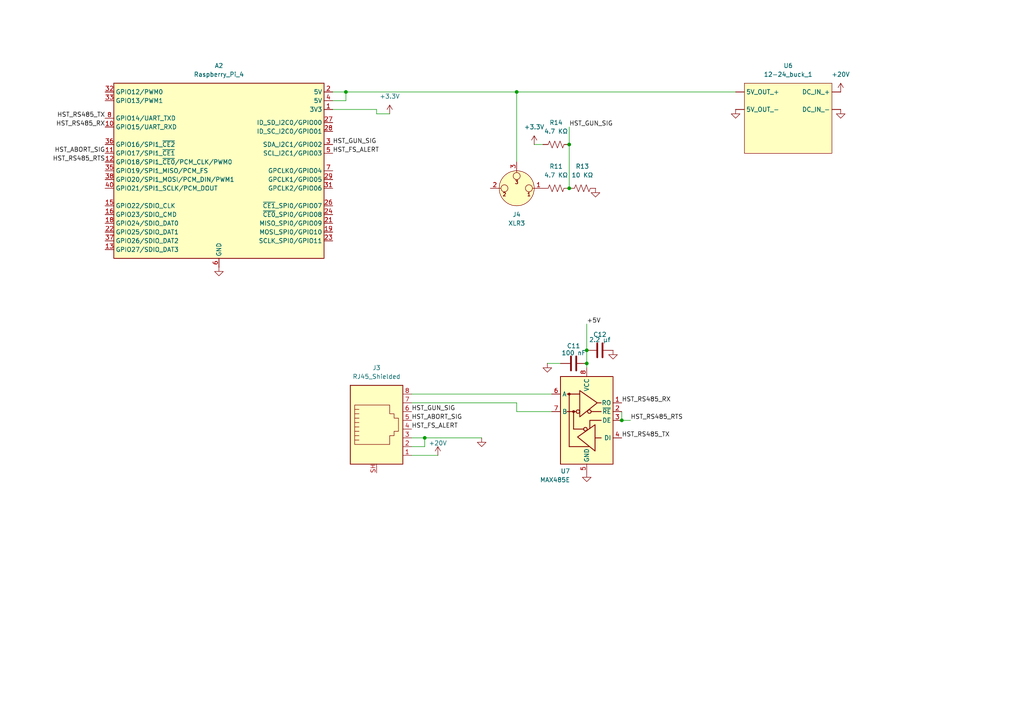
<source format=kicad_sch>
(kicad_sch (version 20250114) (generator "eeschema") (generator_version "9.0")
  (paper "A4")
  (lib_symbols
    (symbol "12-24 buck:12-24_buck_1"
      (property "Reference" "U" (at 5.842 6.604 0))
      (property "Value" "12-24_buck_1" (at 5.842 -16.764 0))
      (symbol "12-24_buck_1_1_1"
        (rectangle (start -7.62 5.08) (end 17.78 -15.24) (fill (type color) (color 255 255 194 1)))
        (pin power_out line (at -10.16 2.54 0) (length 2.54) (name "5V_OUT_+") (number ""))
        (pin power_out line (at -10.16 -2.54 0) (length 2.54) (name "5V_OUT_-") (number ""))
        (pin power_in line (at 20.32 2.54 180) (length 2.54) (name "DC_IN_+") (number ""))
        (pin power_in line (at 20.32 -2.54 180) (length 2.54) (name "DC_IN_-") (number ""))
      )
    )
    (symbol "Connector:RJ45_Shielded" (pin_names (offset 1.016))
      (property "Reference" "J" (at -5.08 13.97 0))
      (property "Value" "RJ45_Shielded" (at 2.54 13.97 0))
      (symbol "RJ45_Shielded_0_1"
        (polyline (pts (xy -6.35 1.905) (xy -5.08 1.905) (xy -5.08 1.905)))
        (polyline (pts (xy -6.35 0.635) (xy -5.08 0.635) (xy -5.08 0.635)))
        (polyline (pts (xy -6.35 -0.635) (xy -5.08 -0.635) (xy -5.08 -0.635)))
        (polyline (pts (xy -6.35 -1.905) (xy -5.08 -1.905) (xy -5.08 -1.905)))
        (polyline (pts (xy -6.35 -3.175) (xy -5.08 -3.175) (xy -5.08 -3.175)))
        (polyline (pts (xy -6.35 -4.445) (xy -6.35 6.985) (xy 3.81 6.985) (xy 3.81 4.445) (xy 5.08 4.445) (xy 5.08 3.175) (xy 6.35 3.175) (xy 6.35 -0.635) (xy 5.08 -0.635) (xy 5.08 -1.905) (xy 3.81 -1.905) (xy 3.81 -4.445) (xy -6.35 -4.445) (xy -6.35 -4.445)))
        (polyline (pts (xy -5.08 5.715) (xy -6.35 5.715)))
        (polyline (pts (xy -5.08 4.445) (xy -6.35 4.445)))
        (polyline (pts (xy -5.08 3.175) (xy -6.35 3.175) (xy -6.35 3.175)))
        (rectangle (start 7.62 12.7) (end -7.62 -10.16) (stroke (width 0.254)) (fill (type background)))
      )
      (symbol "RJ45_Shielded_1_1"
        (pin passive line (at 0 -12.7 90) (length 2.54) (name "~") (number "SH"))
        (pin passive line (at 10.16 10.16 180) (length 2.54) (name "~") (number "8"))
        (pin passive line (at 10.16 7.62 180) (length 2.54) (name "~") (number "7"))
        (pin passive line (at 10.16 5.08 180) (length 2.54) (name "~") (number "6"))
        (pin passive line (at 10.16 2.54 180) (length 2.54) (name "~") (number "5"))
        (pin passive line (at 10.16 0 180) (length 2.54) (name "~") (number "4"))
        (pin passive line (at 10.16 -2.54 180) (length 2.54) (name "~") (number "3"))
        (pin passive line (at 10.16 -5.08 180) (length 2.54) (name "~") (number "2"))
        (pin passive line (at 10.16 -7.62 180) (length 2.54) (name "~") (number "1"))
      )
    )
    (symbol "Connector:Raspberry_Pi_4"
      (property "Reference" "A2" (at 0 30.48 0))
      (property "Value" "Raspberry_Pi_4" (at 0 27.94 0))
      (symbol "Raspberry_Pi_4_0_1"
        (rectangle (start -30.48 25.4) (end 30.48 -25.4) (stroke (width 0.254)) (fill (type background)))
      )
      (symbol "Raspberry_Pi_4_1_1"
        (pin bidirectional line (at -33.02 22.86 0) (length 2.54) (name "GPIO12/PWM0") (number "32"))
        (pin bidirectional line (at -33.02 20.32 0) (length 2.54) (name "GPIO13/PWM1") (number "33"))
        (pin bidirectional line (at -33.02 15.24 0) (length 2.54) (name "GPIO14/UART_TXD") (number "8"))
        (pin bidirectional line (at -33.02 12.7 0) (length 2.54) (name "GPIO15/UART_RXD") (number "10"))
        (pin bidirectional line (at -33.02 7.62 0) (length 2.54) (name "GPIO16/SPI1_~{CE2}") (number "36"))
        (pin bidirectional line (at -33.02 5.08 0) (length 2.54) (name "GPIO17/SPI1_~{CE1}") (number "11"))
        (pin bidirectional line (at -33.02 2.54 0) (length 2.54) (name "GPIO18/SPI1_~{CE0}/PCM_CLK/PWM0") (number "12"))
        (pin bidirectional line (at -33.02 0 0) (length 2.54) (name "GPIO19/SPI1_MISO/PCM_FS") (number "35"))
        (pin bidirectional line (at -33.02 -2.54 0) (length 2.54) (name "GPIO20/SPI1_MOSI/PCM_DIN/PWM1") (number "38"))
        (pin bidirectional line (at -33.02 -5.08 0) (length 2.54) (name "GPIO21/SPI1_SCLK/PCM_DOUT") (number "40"))
        (pin bidirectional line (at -33.02 -10.16 0) (length 2.54) (name "GPIO22/SDIO_CLK") (number "15"))
        (pin bidirectional line (at -33.02 -12.7 0) (length 2.54) (name "GPIO23/SDIO_CMD") (number "16"))
        (pin bidirectional line (at -33.02 -15.24 0) (length 2.54) (name "GPIO24/SDIO_DAT0") (number "18"))
        (pin bidirectional line (at -33.02 -17.78 0) (length 2.54) (name "GPIO25/SDIO_DAT1") (number "22"))
        (pin bidirectional line (at -33.02 -20.32 0) (length 2.54) (name "GPIO26/SDIO_DAT2") (number "37"))
        (pin bidirectional line (at -33.02 -22.86 0) (length 2.54) (name "GPIO27/SDIO_DAT3") (number "13"))
        (pin passive line (at 0 -27.94 90) (length 2.54) (hide yes) (name "GND") (number "14"))
        (pin passive line (at 0 -27.94 90) (length 2.54) (hide yes) (name "GND") (number "20"))
        (pin passive line (at 0 -27.94 90) (length 2.54) (hide yes) (name "GND") (number "25"))
        (pin passive line (at 0 -27.94 90) (length 2.54) (hide yes) (name "GND") (number "30"))
        (pin passive line (at 0 -27.94 90) (length 2.54) (hide yes) (name "GND") (number "34"))
        (pin passive line (at 0 -27.94 90) (length 2.54) (hide yes) (name "GND") (number "39"))
        (pin power_out line (at 0 -27.94 90) (length 2.54) (name "GND") (number "6"))
        (pin passive line (at 0 -27.94 90) (length 2.54) (hide yes) (name "GND") (number "9"))
        (pin power_out line (at 33.02 22.86 180) (length 2.54) (name "5V") (number "2"))
        (pin passive line (at 33.02 20.32 180) (length 2.54) (hide yes) (name "3V3") (number "17"))
        (pin passive line (at 33.02 20.32 180) (length 2.54) (name "5V") (number "4"))
        (pin power_out line (at 33.02 17.78 180) (length 2.54) (name "3V3") (number "1"))
        (pin bidirectional line (at 33.02 13.97 180) (length 2.54) (name "ID_SD_I2C0/GPIO00") (number "27"))
        (pin bidirectional line (at 33.02 11.43 180) (length 2.54) (name "ID_SC_I2C0/GPIO01") (number "28"))
        (pin bidirectional line (at 33.02 7.62 180) (length 2.54) (name "SDA_I2C1/GPIO02") (number "3"))
        (pin bidirectional line (at 33.02 5.08 180) (length 2.54) (name "SCL_I2C1/GPIO03") (number "5"))
        (pin bidirectional line (at 33.02 0 180) (length 2.54) (name "GPCLK0/GPIO04") (number "7"))
        (pin bidirectional line (at 33.02 -2.54 180) (length 2.54) (name "GPCLK1/GPIO05") (number "29"))
        (pin bidirectional line (at 33.02 -5.08 180) (length 2.54) (name "GPCLK2/GPIO06") (number "31"))
        (pin bidirectional line (at 33.02 -10.16 180) (length 2.54) (name "~{CE1}_SPI0/GPIO07") (number "26"))
        (pin bidirectional line (at 33.02 -12.7 180) (length 2.54) (name "~{CE0}_SPI0/GPIO08") (number "24"))
        (pin bidirectional line (at 33.02 -15.24 180) (length 2.54) (name "MISO_SPI0/GPIO09") (number "21"))
        (pin bidirectional line (at 33.02 -17.78 180) (length 2.54) (name "MOSI_SPI0/GPIO10") (number "19"))
        (pin bidirectional line (at 33.02 -20.32 180) (length 2.54) (name "SCLK_SPI0/GPIO11") (number "23"))
      )
    )
    (symbol "Connector_Audio:XLR3" (pin_names (hide yes))
      (property "Reference" "J" (at 0 8.89 0))
      (property "Value" "XLR3" (at 0 6.35 0))
      (symbol "XLR3_0_1"
        (polyline (pts (xy -5.08 0) (xy -4.572 0)))
        (circle (center -3.556 0) (radius 1.016))
        (circle (center 0 0) (radius 5.08) (fill (type background)))
        (circle (center 0 -3.556) (radius 1.016))
        (polyline (pts (xy 0 -5.08) (xy 0 -4.572)))
        (circle (center 3.556 0) (radius 1.016))
        (polyline (pts (xy 5.08 0) (xy 4.572 0)))
        (text "1" (at -3.556 1.778 0) (effects (font (size 1.016 1.016) (bold yes))))
        (text "3" (at 0 -1.778 0) (effects (font (size 1.016 1.016) (bold yes))))
        (text "2" (at 3.556 1.778 0) (effects (font (size 1.016 1.016) (bold yes))))
        (pin passive line (at -7.62 0 0) (length 2.54) (name "~") (number "1"))
        (pin passive line (at 0 -7.62 90) (length 2.54) (name "~") (number "3"))
        (pin passive line (at 7.62 0 180) (length 2.54) (name "~") (number "2"))
      )
    )
    (symbol "Device:C" (pin_numbers (hide yes)) (pin_names (offset 0.254))
      (property "Reference" "C" (at 0.635 2.54 0))
      (property "Value" "C" (at 0.635 -2.54 0))
      (symbol "C_0_1"
        (polyline (pts (xy -2.032 0.762) (xy 2.032 0.762)) (stroke (width 0.508)))
        (polyline (pts (xy -2.032 -0.762) (xy 2.032 -0.762)) (stroke (width 0.508)))
      )
      (symbol "C_1_1"
        (pin passive line (at 0 3.81 270) (length 2.794) (name "~") (number "1"))
        (pin passive line (at 0 -3.81 90) (length 2.794) (name "~") (number "2"))
      )
    )
    (symbol "Device:R_US" (pin_numbers (hide yes)) (pin_names (offset 0))
      (property "Reference" "R" (at 2.54 0 90))
      (property "Value" "R_US" (at -2.54 0 90))
      (symbol "R_US_0_1"
        (polyline (pts (xy 0 2.286) (xy 0 2.54)))
        (polyline (pts (xy 0 2.286) (xy 1.016 1.905) (xy 0 1.524) (xy -1.016 1.143) (xy 0 0.762)))
        (polyline (pts (xy 0 0.762) (xy 1.016 0.381) (xy 0 0) (xy -1.016 -0.381) (xy 0 -0.762)))
        (polyline (pts (xy 0 -0.762) (xy 1.016 -1.143) (xy 0 -1.524) (xy -1.016 -1.905) (xy 0 -2.286)))
        (polyline (pts (xy 0 -2.286) (xy 0 -2.54)))
      )
      (symbol "R_US_1_1"
        (pin passive line (at 0 3.81 270) (length 1.27) (name "~") (number "1"))
        (pin passive line (at 0 -3.81 90) (length 1.27) (name "~") (number "2"))
      )
    )
    (symbol "Interface_UART:MAX485E"
      (property "Reference" "U" (at -6.985 13.97 0))
      (property "Value" "MAX485E" (at 1.905 13.97 0))
      (symbol "MAX485E_0_1"
        (rectangle (start -7.62 12.7) (end 7.62 -12.7) (stroke (width 0.254)) (fill (type background)))
        (polyline (pts (xy -4.191 2.54) (xy -1.27 2.54)) (stroke (width 0.254)))
        (polyline (pts (xy -4.191 0) (xy -0.889 0) (xy -0.889 -2.286)) (stroke (width 0.254)))
        (polyline (pts (xy -3.175 5.08) (xy -4.191 5.08) (xy -4.064 5.08)) (stroke (width 0.254)))
        (polyline (pts (xy -2.54 -5.08) (xy -4.191 -5.08)) (stroke (width 0.254)))
        (polyline (pts (xy -2.413 -5.08) (xy -2.413 -1.27) (xy 2.667 -4.826) (xy -2.413 -8.89) (xy -2.413 -5.08)) (stroke (width 0.254)))
        (polyline (pts (xy -0.635 -7.62) (xy 5.08 -7.62)) (stroke (width 0.254)))
        (circle (center 0.381 -2.54) (radius 0.508) (stroke (width 0.254)))
        (polyline (pts (xy 0.889 -2.54) (xy 3.81 -2.54)) (stroke (width 0.254)))
        (polyline (pts (xy 2.032 7.62) (xy 5.715 7.62)) (stroke (width 0.254)))
        (polyline (pts (xy 3.048 2.54) (xy 5.715 2.54)) (stroke (width 0.254)))
        (circle (center 3.81 2.54) (radius 0.2794) (stroke (width 0.254)) (fill (type outline)))
        (polyline (pts (xy 3.81 -2.54) (xy 3.81 2.54)) (stroke (width 0.254)))
        (polyline (pts (xy 5.08 -7.62) (xy 5.08 7.62)) (stroke (width 0.254)))
      )
      (symbol "MAX485E_1_1"
        (circle (center -0.762 2.54) (radius 0.508) (stroke (width 0.254)))
        (polyline (pts (xy 2.032 4.826) (xy 2.032 8.636) (xy -3.048 5.08) (xy 2.032 1.016) (xy 2.032 4.826)) (stroke (width 0.254)))
        (circle (center 2.54 2.54) (radius 0.508) (stroke (width 0.254)))
        (circle (center 5.08 7.62) (radius 0.2794) (stroke (width 0.254)) (fill (type outline)))
        (pin output line (at -10.16 5.08 0) (length 2.54) (name "RO") (number "1"))
        (pin input line (at -10.16 2.54 0) (length 2.54) (name "~{RE}") (number "2"))
        (pin input line (at -10.16 0 0) (length 2.54) (name "DE") (number "3"))
        (pin input line (at -10.16 -5.08 0) (length 2.54) (name "DI") (number "4"))
        (pin power_in line (at 0 15.24 270) (length 2.54) (name "VCC") (number "8"))
        (pin power_in line (at 0 -15.24 90) (length 2.54) (name "GND") (number "5"))
        (pin bidirectional line (at 10.16 7.62 180) (length 2.54) (name "A") (number "6"))
        (pin bidirectional line (at 10.16 2.54 180) (length 2.54) (name "B") (number "7"))
      )
    )
    (symbol "power:+15V" (power) (pin_numbers (hide yes)) (pin_names (offset 0) (hide yes))
      (property "Value" "+15V" (at 0 3.556 0))
      (symbol "+15V_0_1"
        (polyline (pts (xy -0.762 1.27) (xy 0 2.54)))
        (polyline (pts (xy 0 2.54) (xy 0.762 1.27)))
        (polyline (pts (xy 0 0) (xy 0 2.54)))
      )
      (symbol "+15V_1_1"
        (pin power_in line (at 0 0 90) (length 0) (name "~") (number "1"))
      )
    )
    (symbol "power:+3.3V" (power) (pin_numbers (hide yes)) (pin_names (offset 0) (hide yes))
      (property "Value" "+3.3V" (at 0 3.556 0))
      (symbol "+3.3V_0_1"
        (polyline (pts (xy -0.762 1.27) (xy 0 2.54)))
        (polyline (pts (xy 0 2.54) (xy 0.762 1.27)))
        (polyline (pts (xy 0 0) (xy 0 2.54)))
      )
      (symbol "+3.3V_1_1"
        (pin power_in line (at 0 0 90) (length 0) (name "~") (number "1"))
      )
    )
    (symbol "power:GND1" (power) (pin_numbers (hide yes)) (pin_names (offset 0) (hide yes))
      (property "Value" "GND1" (at 0 -3.81 0))
      (symbol "GND1_0_1"
        (polyline (pts (xy 0 0) (xy 0 -1.27) (xy 1.27 -1.27) (xy 0 -2.54) (xy -1.27 -1.27) (xy 0 -1.27)))
      )
      (symbol "GND1_1_1"
        (pin power_in line (at 0 0 270) (length 0) (name "~") (number "1"))
      )
    )
  )
  (junction (at 165.1 54.61))
  (junction (at 170.18 101.6))
  (junction (at 100.33 26.67))
  (junction (at 165.1 41.91))
  (junction (at 149.86 26.67))
  (junction (at 170.18 105.41))
  (junction (at 123.19 127))
  (junction (at 180.34 121.92))
  (wire (pts (xy 165.1 36.83) (xy 165.1 41.91)))
  (wire (pts (xy 119.38 127) (xy 123.19 127)))
  (wire (pts (xy 119.38 116.84) (xy 149.86 116.84)))
  (wire (pts (xy 109.22 33.02) (xy 113.03 33.02)))
  (wire (pts (xy 149.86 116.84) (xy 149.86 119.38)))
  (wire (pts (xy 158.75 105.41) (xy 162.56 105.41)))
  (wire (pts (xy 149.86 26.67) (xy 149.86 46.99)))
  (wire (pts (xy 180.34 119.38) (xy 180.34 121.92)))
  (wire (pts (xy 109.22 31.75) (xy 109.22 33.02)))
  (wire (pts (xy 96.52 26.67) (xy 100.33 26.67)))
  (wire (pts (xy 100.33 29.21) (xy 100.33 26.67)))
  (wire (pts (xy 170.18 105.41) (xy 170.18 106.68)))
  (wire (pts (xy 119.38 132.08) (xy 127 132.08)))
  (wire (pts (xy 170.18 93.98) (xy 170.18 101.6)))
  (wire (pts (xy 119.38 129.54) (xy 123.19 129.54)))
  (wire (pts (xy 149.86 26.67) (xy 213.36 26.67)))
  (wire (pts (xy 96.52 31.75) (xy 109.22 31.75)))
  (wire (pts (xy 100.33 26.67) (xy 149.86 26.67)))
  (wire (pts (xy 154.94 41.91) (xy 157.48 41.91)))
  (wire (pts (xy 119.38 114.3) (xy 160.02 114.3)))
  (wire (pts (xy 170.18 101.6) (xy 170.18 105.41)))
  (wire (pts (xy 123.19 129.54) (xy 123.19 127)))
  (wire (pts (xy 123.19 127) (xy 139.7 127)))
  (wire (pts (xy 165.1 41.91) (xy 165.1 54.61)))
  (wire (pts (xy 96.52 29.21) (xy 100.33 29.21)))
  (wire (pts (xy 149.86 119.38) (xy 160.02 119.38)))
  (wire (pts (xy 180.34 121.92) (xy 182.88 121.92)))
  (label "HST_GUN_SIG" (at 165.1 36.83 0))
  (label "HST_RS485_RX" (at 30.48 36.83 180))
  (label "HST_ABORT_SIG" (at 119.38 121.92 0))
  (label "HST_GUN_SIG" (at 119.38 119.38 0))
  (label "HST_RS485_RX" (at 180.34 116.84 0))
  (label "HST_RS485_RTS" (at 182.88 121.92 0))
  (label "HST_FS_ALERT" (at 96.52 44.45 0))
  (label "HST_GUN_SIG" (at 96.52 41.91 0))
  (label "HST_FS_ALERT" (at 119.38 124.46 0))
  (label "HST_RS485_TX" (at 180.34 127 0))
  (label "HST_RS485_RTS" (at 30.48 46.99 180))
  (label "+5V" (at 170.18 93.98 0))
  (label "HST_RS485_TX" (at 30.48 34.29 180))
  (label "HST_ABORT_SIG" (at 30.48 44.45 180))
  (symbol (lib_id "power:+15V") (at 127 132.08 0) (unit 1)
    (property "Reference" "#PWR036" (effects (hide yes)))
    (property "Value" "+20V" (at 127 128.524 0))
    (property "Description" "Power symbol creates a global label with name \"+15V\"" (effects (hide yes)))
  )
  (symbol (lib_id "power:+15V") (at 243.84 26.67 0) (unit 1)
    (property "Reference" "#PWR030" (effects (hide yes)))
    (property "Value" "+20V" (at 243.84 21.59 0))
    (property "Description" "Power symbol creates a global label with name \"+15V\"" (effects (hide yes)))
  )
  (symbol (lib_id "power:GND1") (at 170.18 137.16 0) (unit 1)
    (property "Reference" "#PWR033" (effects (hide yes)))
    (property "Value" "GND" (effects (hide yes)))
    (property "Description" "Power symbol creates a global label with name \"GND1\" , ground" (effects (hide yes)))
  )
  (symbol (lib_id "Device:R_US") (at 161.29 54.61 270) (unit 1)
    (property "Reference" "R11" (at 161.29 48.26 90))
    (property "Value" "4.7 KΩ" (at 161.29 50.8 90))
    (property "Description" "Resistor, US symbol" (effects (hide yes)))
  )
  (symbol (lib_id "Connector:Raspberry_Pi_4") (at 63.5 49.53 0) (unit 1)
    (property "Reference" "A2" (at 63.5 19.05 0))
    (property "Value" "Raspberry_Pi_4" (at 63.5 21.59 0))
    (property "Datasheet" "https://datasheets.raspberrypi.com/rpi4/raspberry-pi-4-datasheet.pdf" (effects (hide yes)))
    (property "Description" "Raspberry Pi 4 Model B" (effects (hide yes)))
  )
  (symbol (lib_id "power:+3.3V") (at 154.94 41.91 0) (unit 1)
    (property "Reference" "#PWR040" (effects (hide yes)))
    (property "Value" "+3.3V" (at 154.94 36.83 0))
    (property "Description" "Power symbol creates a global label with name \"+3.3V\"" (effects (hide yes)))
  )
  (symbol (lib_id "Device:C") (at 166.37 105.41 90) (unit 1)
    (property "Reference" "C11" (at 166.37 100.33 90))
    (property "Value" "100 nF" (at 166.37 102.362 90))
    (property "Description" "Unpolarized capacitor" (effects (hide yes)))
  )
  (symbol (lib_id "Device:R_US") (at 161.29 41.91 270) (unit 1)
    (property "Reference" "R14" (at 161.29 35.56 90))
    (property "Value" "4.7 KΩ" (at 161.29 38.1 90))
    (property "Description" "Resistor, US symbol" (effects (hide yes)))
  )
  (symbol (lib_id "power:GND1") (at 63.5 77.47 0) (unit 1)
    (property "Reference" "#PWR032" (effects (hide yes)))
    (property "Value" "GND" (effects (hide yes)))
    (property "Description" "Power symbol creates a global label with name \"GND1\" , ground" (effects (hide yes)))
  )
  (symbol (lib_id "power:GND1") (at 177.8 101.6 0) (unit 1)
    (property "Reference" "#PWR034" (effects (hide yes)))
    (property "Value" "GND" (effects (hide yes)))
    (property "Description" "Power symbol creates a global label with name \"GND1\" , ground" (effects (hide yes)))
  )
  (symbol (lib_id "Interface_UART:MAX485E") (at 170.18 121.92 0) (mirror y) (unit 1)
    (property "Reference" "U7" (at 165.354 136.652 0) (effects (justify left)))
    (property "Value" "MAX485E" (at 165.354 139.192 0) (effects (justify left)))
    (property "Footprint" "Package_SO:SOIC-8_3.9x4.9mm_P1.27mm" (effects (hide yes)))
    (property "Datasheet" "https://datasheets.maximintegrated.com/en/ds/MAX1487E-MAX491E.pdf" (effects (hide yes)))
    (property "Description" "Half duplex RS-485/RS-422, 2.5 Mbps, ±15kV electro-static discharge (ESD) protection, no slew-rate, no low-power shutdown, with receiver/driver enable, 32 receiver drive capability, DIP-8 and SOIC-8" (effects (hide yes)))
  )
  (symbol (lib_id "power:GND1") (at 139.7 127 0) (unit 1)
    (property "Reference" "#PWR027" (effects (hide yes)))
    (property "Value" "GND" (effects (hide yes)))
    (property "Description" "Power symbol creates a global label with name \"GND1\" , ground" (effects (hide yes)))
  )
  (symbol (lib_id "power:GND1") (at 172.72 54.61 0) (unit 1)
    (property "Reference" "#PWR029" (effects (hide yes)))
    (property "Value" "GND" (effects (hide yes)))
    (property "Description" "Power symbol creates a global label with name \"GND1\" , ground" (effects (hide yes)))
  )
  (symbol (lib_id "power:GND1") (at 158.75 105.41 0) (unit 1)
    (property "Reference" "#PWR031" (effects (hide yes)))
    (property "Value" "GND" (effects (hide yes)))
    (property "Description" "Power symbol creates a global label with name \"GND1\" , ground" (effects (hide yes)))
  )
  (symbol (lib_id "Connector:RJ45_Shielded") (at 109.22 124.46 0) (unit 1)
    (property "Reference" "J3" (at 109.22 106.68 0))
    (property "Value" "RJ45_Shielded" (at 109.22 109.22 0))
    (property "Description" "RJ connector, 8P8C (8 positions 8 connected), Shielded" (effects (hide yes)))
  )
  (symbol (lib_id "power:GND1") (at 213.36 31.75 0) (unit 1)
    (property "Reference" "#PWR037" (effects (hide yes)))
    (property "Value" "GND" (effects (hide yes)))
    (property "Description" "Power symbol creates a global label with name \"GND1\" , ground" (effects (hide yes)))
  )
  (symbol (lib_id "Connector_Audio:XLR3") (at 149.86 54.61 180) (unit 1)
    (property "Reference" "J4" (at 149.86 62.23 0))
    (property "Value" "XLR3" (at 149.86 64.77 0))
    (property "Description" "XLR Connector, Male or Female, 3 Pins" (effects (hide yes)))
  )
  (symbol (lib_id "Device:C") (at 173.99 101.6 270) (unit 1)
    (property "Reference" "C12" (at 173.99 97.028 90))
    (property "Value" "2.2 µf" (at 173.99 98.552 90))
    (property "Description" "Unpolarized capacitor" (effects (hide yes)))
  )
  (symbol (lib_id "12-24 buck:12-24_buck_1") (at 223.52 29.21 0) (unit 1)
    (property "Reference" "U6" (at 228.6 19.05 0))
    (property "Value" "12-24_buck_1" (at 228.6 21.59 0))
  )
  (symbol (lib_id "power:+3.3V") (at 113.03 33.02 0) (unit 1)
    (property "Reference" "#PWR039" (effects (hide yes)))
    (property "Value" "+3.3V" (at 113.03 27.94 0))
    (property "Description" "Power symbol creates a global label with name \"+3.3V\"" (effects (hide yes)))
  )
  (symbol (lib_id "power:GND1") (at 243.84 31.75 0) (unit 1)
    (property "Reference" "#PWR038" (effects (hide yes)))
    (property "Value" "GND" (effects (hide yes)))
    (property "Description" "Power symbol creates a global label with name \"GND1\" , ground" (effects (hide yes)))
  )
  (symbol (lib_id "Device:R_US") (at 168.91 54.61 270) (unit 1)
    (property "Reference" "R13" (at 168.91 48.26 90))
    (property "Value" "10 KΩ" (at 168.91 50.8 90))
    (property "Description" "Resistor, US symbol" (effects (hide yes)))
  )
)
</source>
